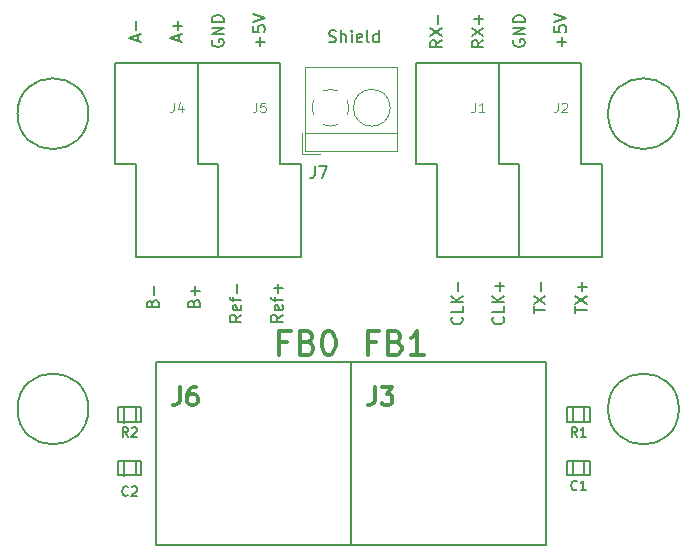
<source format=gto>
G04 #@! TF.GenerationSoftware,KiCad,Pcbnew,(5.1.5)-3*
G04 #@! TF.CreationDate,2020-01-24T16:47:09+01:00*
G04 #@! TF.ProjectId,STMBLBreakout,53544d42-4c42-4726-9561-6b6f75742e6b,rev?*
G04 #@! TF.SameCoordinates,PX2faf080PY8f0d180*
G04 #@! TF.FileFunction,Legend,Top*
G04 #@! TF.FilePolarity,Positive*
%FSLAX46Y46*%
G04 Gerber Fmt 4.6, Leading zero omitted, Abs format (unit mm)*
G04 Created by KiCad (PCBNEW (5.1.5)-3) date 2020-01-24 16:47:09*
%MOMM*%
%LPD*%
G04 APERTURE LIST*
%ADD10C,0.150000*%
%ADD11C,0.300000*%
%ADD12C,0.120000*%
%ADD13C,0.127000*%
%ADD14C,0.200000*%
%ADD15C,0.015000*%
G04 APERTURE END LIST*
D10*
X28380952Y41095239D02*
X28523809Y41047620D01*
X28761904Y41047620D01*
X28857142Y41095239D01*
X28904761Y41142858D01*
X28952380Y41238096D01*
X28952380Y41333334D01*
X28904761Y41428572D01*
X28857142Y41476191D01*
X28761904Y41523810D01*
X28571428Y41571429D01*
X28476190Y41619048D01*
X28428571Y41666667D01*
X28380952Y41761905D01*
X28380952Y41857143D01*
X28428571Y41952381D01*
X28476190Y42000000D01*
X28571428Y42047620D01*
X28809523Y42047620D01*
X28952380Y42000000D01*
X29380952Y41047620D02*
X29380952Y42047620D01*
X29809523Y41047620D02*
X29809523Y41571429D01*
X29761904Y41666667D01*
X29666666Y41714286D01*
X29523809Y41714286D01*
X29428571Y41666667D01*
X29380952Y41619048D01*
X30285714Y41047620D02*
X30285714Y41714286D01*
X30285714Y42047620D02*
X30238095Y42000000D01*
X30285714Y41952381D01*
X30333333Y42000000D01*
X30285714Y42047620D01*
X30285714Y41952381D01*
X31142857Y41095239D02*
X31047619Y41047620D01*
X30857142Y41047620D01*
X30761904Y41095239D01*
X30714285Y41190477D01*
X30714285Y41571429D01*
X30761904Y41666667D01*
X30857142Y41714286D01*
X31047619Y41714286D01*
X31142857Y41666667D01*
X31190476Y41571429D01*
X31190476Y41476191D01*
X30714285Y41380953D01*
X31761904Y41047620D02*
X31666666Y41095239D01*
X31619047Y41190477D01*
X31619047Y42047620D01*
X32571428Y41047620D02*
X32571428Y42047620D01*
X32571428Y41095239D02*
X32476190Y41047620D01*
X32285714Y41047620D01*
X32190476Y41095239D01*
X32142857Y41142858D01*
X32095238Y41238096D01*
X32095238Y41523810D01*
X32142857Y41619048D01*
X32190476Y41666667D01*
X32285714Y41714286D01*
X32476190Y41714286D01*
X32571428Y41666667D01*
X49202380Y18119048D02*
X49202380Y18690477D01*
X50202380Y18404762D02*
X49202380Y18404762D01*
X49202380Y18928572D02*
X50202380Y19595239D01*
X49202380Y19595239D02*
X50202380Y18928572D01*
X49821428Y19976191D02*
X49821428Y20738096D01*
X50202380Y20357143D02*
X49440476Y20357143D01*
X45702380Y18119048D02*
X45702380Y18690477D01*
X46702380Y18404762D02*
X45702380Y18404762D01*
X45702380Y18928572D02*
X46702380Y19595239D01*
X45702380Y19595239D02*
X46702380Y18928572D01*
X46321428Y19976191D02*
X46321428Y20738096D01*
X43107142Y17785715D02*
X43154761Y17738096D01*
X43202380Y17595239D01*
X43202380Y17500000D01*
X43154761Y17357143D01*
X43059523Y17261905D01*
X42964285Y17214286D01*
X42773809Y17166667D01*
X42630952Y17166667D01*
X42440476Y17214286D01*
X42345238Y17261905D01*
X42250000Y17357143D01*
X42202380Y17500000D01*
X42202380Y17595239D01*
X42250000Y17738096D01*
X42297619Y17785715D01*
X43202380Y18690477D02*
X43202380Y18214286D01*
X42202380Y18214286D01*
X43202380Y19023810D02*
X42202380Y19023810D01*
X43202380Y19595239D02*
X42630952Y19166667D01*
X42202380Y19595239D02*
X42773809Y19023810D01*
X42821428Y20023810D02*
X42821428Y20785715D01*
X43202380Y20404762D02*
X42440476Y20404762D01*
X39607142Y17785715D02*
X39654761Y17738096D01*
X39702380Y17595239D01*
X39702380Y17500000D01*
X39654761Y17357143D01*
X39559523Y17261905D01*
X39464285Y17214286D01*
X39273809Y17166667D01*
X39130952Y17166667D01*
X38940476Y17214286D01*
X38845238Y17261905D01*
X38750000Y17357143D01*
X38702380Y17500000D01*
X38702380Y17595239D01*
X38750000Y17738096D01*
X38797619Y17785715D01*
X39702380Y18690477D02*
X39702380Y18214286D01*
X38702380Y18214286D01*
X39702380Y19023810D02*
X38702380Y19023810D01*
X39702380Y19595239D02*
X39130952Y19166667D01*
X38702380Y19595239D02*
X39273809Y19023810D01*
X39321428Y20023810D02*
X39321428Y20785715D01*
X37952380Y41214286D02*
X37476190Y40880953D01*
X37952380Y40642858D02*
X36952380Y40642858D01*
X36952380Y41023810D01*
X37000000Y41119048D01*
X37047619Y41166667D01*
X37142857Y41214286D01*
X37285714Y41214286D01*
X37380952Y41166667D01*
X37428571Y41119048D01*
X37476190Y41023810D01*
X37476190Y40642858D01*
X36952380Y41547620D02*
X37952380Y42214286D01*
X36952380Y42214286D02*
X37952380Y41547620D01*
X37571428Y42595239D02*
X37571428Y43357143D01*
X41452380Y41214286D02*
X40976190Y40880953D01*
X41452380Y40642858D02*
X40452380Y40642858D01*
X40452380Y41023810D01*
X40500000Y41119048D01*
X40547619Y41166667D01*
X40642857Y41214286D01*
X40785714Y41214286D01*
X40880952Y41166667D01*
X40928571Y41119048D01*
X40976190Y41023810D01*
X40976190Y40642858D01*
X40452380Y41547620D02*
X41452380Y42214286D01*
X40452380Y42214286D02*
X41452380Y41547620D01*
X41071428Y42595239D02*
X41071428Y43357143D01*
X41452380Y42976191D02*
X40690476Y42976191D01*
X48071428Y40714286D02*
X48071428Y41476191D01*
X48452380Y41095239D02*
X47690476Y41095239D01*
X47452380Y42428572D02*
X47452380Y41952381D01*
X47928571Y41904762D01*
X47880952Y41952381D01*
X47833333Y42047620D01*
X47833333Y42285715D01*
X47880952Y42380953D01*
X47928571Y42428572D01*
X48023809Y42476191D01*
X48261904Y42476191D01*
X48357142Y42428572D01*
X48404761Y42380953D01*
X48452380Y42285715D01*
X48452380Y42047620D01*
X48404761Y41952381D01*
X48357142Y41904762D01*
X47452380Y42761905D02*
X48452380Y43095239D01*
X47452380Y43428572D01*
X44000000Y41238096D02*
X43952380Y41142858D01*
X43952380Y41000000D01*
X44000000Y40857143D01*
X44095238Y40761905D01*
X44190476Y40714286D01*
X44380952Y40666667D01*
X44523809Y40666667D01*
X44714285Y40714286D01*
X44809523Y40761905D01*
X44904761Y40857143D01*
X44952380Y41000000D01*
X44952380Y41095239D01*
X44904761Y41238096D01*
X44857142Y41285715D01*
X44523809Y41285715D01*
X44523809Y41095239D01*
X44952380Y41714286D02*
X43952380Y41714286D01*
X44952380Y42285715D01*
X43952380Y42285715D01*
X44952380Y42761905D02*
X43952380Y42761905D01*
X43952380Y43000000D01*
X44000000Y43142858D01*
X44095238Y43238096D01*
X44190476Y43285715D01*
X44380952Y43333334D01*
X44523809Y43333334D01*
X44714285Y43285715D01*
X44809523Y43238096D01*
X44904761Y43142858D01*
X44952380Y43000000D01*
X44952380Y42761905D01*
D11*
X32333333Y15642858D02*
X31666666Y15642858D01*
X31666666Y14595239D02*
X31666666Y16595239D01*
X32619047Y16595239D01*
X34047619Y15642858D02*
X34333333Y15547620D01*
X34428571Y15452381D01*
X34523809Y15261905D01*
X34523809Y14976191D01*
X34428571Y14785715D01*
X34333333Y14690477D01*
X34142857Y14595239D01*
X33380952Y14595239D01*
X33380952Y16595239D01*
X34047619Y16595239D01*
X34238095Y16500000D01*
X34333333Y16404762D01*
X34428571Y16214286D01*
X34428571Y16023810D01*
X34333333Y15833334D01*
X34238095Y15738096D01*
X34047619Y15642858D01*
X33380952Y15642858D01*
X36428571Y14595239D02*
X35285714Y14595239D01*
X35857142Y14595239D02*
X35857142Y16595239D01*
X35666666Y16309524D01*
X35476190Y16119048D01*
X35285714Y16023810D01*
X24833333Y15642858D02*
X24166666Y15642858D01*
X24166666Y14595239D02*
X24166666Y16595239D01*
X25119047Y16595239D01*
X26547619Y15642858D02*
X26833333Y15547620D01*
X26928571Y15452381D01*
X27023809Y15261905D01*
X27023809Y14976191D01*
X26928571Y14785715D01*
X26833333Y14690477D01*
X26642857Y14595239D01*
X25880952Y14595239D01*
X25880952Y16595239D01*
X26547619Y16595239D01*
X26738095Y16500000D01*
X26833333Y16404762D01*
X26928571Y16214286D01*
X26928571Y16023810D01*
X26833333Y15833334D01*
X26738095Y15738096D01*
X26547619Y15642858D01*
X25880952Y15642858D01*
X28261904Y16595239D02*
X28452380Y16595239D01*
X28642857Y16500000D01*
X28738095Y16404762D01*
X28833333Y16214286D01*
X28928571Y15833334D01*
X28928571Y15357143D01*
X28833333Y14976191D01*
X28738095Y14785715D01*
X28642857Y14690477D01*
X28452380Y14595239D01*
X28261904Y14595239D01*
X28071428Y14690477D01*
X27976190Y14785715D01*
X27880952Y14976191D01*
X27785714Y15357143D01*
X27785714Y15833334D01*
X27880952Y16214286D01*
X27976190Y16404762D01*
X28071428Y16500000D01*
X28261904Y16595239D01*
D10*
X24452380Y17976191D02*
X23976190Y17642858D01*
X24452380Y17404762D02*
X23452380Y17404762D01*
X23452380Y17785715D01*
X23500000Y17880953D01*
X23547619Y17928572D01*
X23642857Y17976191D01*
X23785714Y17976191D01*
X23880952Y17928572D01*
X23928571Y17880953D01*
X23976190Y17785715D01*
X23976190Y17404762D01*
X24404761Y18785715D02*
X24452380Y18690477D01*
X24452380Y18500000D01*
X24404761Y18404762D01*
X24309523Y18357143D01*
X23928571Y18357143D01*
X23833333Y18404762D01*
X23785714Y18500000D01*
X23785714Y18690477D01*
X23833333Y18785715D01*
X23928571Y18833334D01*
X24023809Y18833334D01*
X24119047Y18357143D01*
X23785714Y19119048D02*
X23785714Y19500000D01*
X24452380Y19261905D02*
X23595238Y19261905D01*
X23500000Y19309524D01*
X23452380Y19404762D01*
X23452380Y19500000D01*
X24071428Y19833334D02*
X24071428Y20595239D01*
X24452380Y20214286D02*
X23690476Y20214286D01*
X20952380Y17976191D02*
X20476190Y17642858D01*
X20952380Y17404762D02*
X19952380Y17404762D01*
X19952380Y17785715D01*
X20000000Y17880953D01*
X20047619Y17928572D01*
X20142857Y17976191D01*
X20285714Y17976191D01*
X20380952Y17928572D01*
X20428571Y17880953D01*
X20476190Y17785715D01*
X20476190Y17404762D01*
X20904761Y18785715D02*
X20952380Y18690477D01*
X20952380Y18500000D01*
X20904761Y18404762D01*
X20809523Y18357143D01*
X20428571Y18357143D01*
X20333333Y18404762D01*
X20285714Y18500000D01*
X20285714Y18690477D01*
X20333333Y18785715D01*
X20428571Y18833334D01*
X20523809Y18833334D01*
X20619047Y18357143D01*
X20285714Y19119048D02*
X20285714Y19500000D01*
X20952380Y19261905D02*
X20095238Y19261905D01*
X20000000Y19309524D01*
X19952380Y19404762D01*
X19952380Y19500000D01*
X20571428Y19833334D02*
X20571428Y20595239D01*
X16928571Y18952381D02*
X16976190Y19095239D01*
X17023809Y19142858D01*
X17119047Y19190477D01*
X17261904Y19190477D01*
X17357142Y19142858D01*
X17404761Y19095239D01*
X17452380Y19000000D01*
X17452380Y18619048D01*
X16452380Y18619048D01*
X16452380Y18952381D01*
X16500000Y19047620D01*
X16547619Y19095239D01*
X16642857Y19142858D01*
X16738095Y19142858D01*
X16833333Y19095239D01*
X16880952Y19047620D01*
X16928571Y18952381D01*
X16928571Y18619048D01*
X17071428Y19619048D02*
X17071428Y20380953D01*
X17452380Y20000000D02*
X16690476Y20000000D01*
X13428571Y18952381D02*
X13476190Y19095239D01*
X13523809Y19142858D01*
X13619047Y19190477D01*
X13761904Y19190477D01*
X13857142Y19142858D01*
X13904761Y19095239D01*
X13952380Y19000000D01*
X13952380Y18619048D01*
X12952380Y18619048D01*
X12952380Y18952381D01*
X13000000Y19047620D01*
X13047619Y19095239D01*
X13142857Y19142858D01*
X13238095Y19142858D01*
X13333333Y19095239D01*
X13380952Y19047620D01*
X13428571Y18952381D01*
X13428571Y18619048D01*
X13571428Y19619048D02*
X13571428Y20380953D01*
X22571428Y40714286D02*
X22571428Y41476191D01*
X22952380Y41095239D02*
X22190476Y41095239D01*
X21952380Y42428572D02*
X21952380Y41952381D01*
X22428571Y41904762D01*
X22380952Y41952381D01*
X22333333Y42047620D01*
X22333333Y42285715D01*
X22380952Y42380953D01*
X22428571Y42428572D01*
X22523809Y42476191D01*
X22761904Y42476191D01*
X22857142Y42428572D01*
X22904761Y42380953D01*
X22952380Y42285715D01*
X22952380Y42047620D01*
X22904761Y41952381D01*
X22857142Y41904762D01*
X21952380Y42761905D02*
X22952380Y43095239D01*
X21952380Y43428572D01*
X18500000Y41238096D02*
X18452380Y41142858D01*
X18452380Y41000000D01*
X18500000Y40857143D01*
X18595238Y40761905D01*
X18690476Y40714286D01*
X18880952Y40666667D01*
X19023809Y40666667D01*
X19214285Y40714286D01*
X19309523Y40761905D01*
X19404761Y40857143D01*
X19452380Y41000000D01*
X19452380Y41095239D01*
X19404761Y41238096D01*
X19357142Y41285715D01*
X19023809Y41285715D01*
X19023809Y41095239D01*
X19452380Y41714286D02*
X18452380Y41714286D01*
X19452380Y42285715D01*
X18452380Y42285715D01*
X19452380Y42761905D02*
X18452380Y42761905D01*
X18452380Y43000000D01*
X18500000Y43142858D01*
X18595238Y43238096D01*
X18690476Y43285715D01*
X18880952Y43333334D01*
X19023809Y43333334D01*
X19214285Y43285715D01*
X19309523Y43238096D01*
X19404761Y43142858D01*
X19452380Y43000000D01*
X19452380Y42761905D01*
X15666666Y41142858D02*
X15666666Y41619048D01*
X15952380Y41047620D02*
X14952380Y41380953D01*
X15952380Y41714286D01*
X15571428Y42047620D02*
X15571428Y42809524D01*
X15952380Y42428572D02*
X15190476Y42428572D01*
X12166666Y41142858D02*
X12166666Y41619048D01*
X12452380Y41047620D02*
X11452380Y41380953D01*
X12452380Y41714286D01*
X12071428Y42047620D02*
X12071428Y42809524D01*
D12*
X26100000Y31600000D02*
X27600000Y31600000D01*
X26100000Y33340000D02*
X26100000Y31600000D01*
X34160000Y38960000D02*
X34160000Y31840000D01*
X26340000Y38960000D02*
X26340000Y31840000D01*
X26340000Y31840000D02*
X34160000Y31840000D01*
X26340000Y38960000D02*
X34160000Y38960000D01*
X26340000Y33400000D02*
X34160000Y33400000D01*
X33555000Y35500000D02*
G75*
G03X33555000Y35500000I-1555000J0D01*
G01*
X28527011Y33944508D02*
G75*
G02X27892000Y34068000I-27011J1555492D01*
G01*
X27067891Y34892258D02*
G75*
G02X27068000Y36108000I1432109J607742D01*
G01*
X27892258Y36932109D02*
G75*
G02X29108000Y36932000I607742J-1432109D01*
G01*
X29932109Y36107742D02*
G75*
G02X29932000Y34892000I-1432109J-607742D01*
G01*
X29107587Y34068615D02*
G75*
G02X28500000Y33945000I-607587J1431385D01*
G01*
D10*
X48500000Y5625000D02*
X48500000Y4375000D01*
X48500000Y4375000D02*
X50500000Y4375000D01*
X50500000Y4375000D02*
X50500000Y5625000D01*
X50500000Y5625000D02*
X48500000Y5625000D01*
X49000000Y5625000D02*
X49000000Y4375000D01*
X50000000Y5650000D02*
X50000000Y4375000D01*
X12500000Y4375000D02*
X12500000Y5625000D01*
X12500000Y5625000D02*
X10500000Y5625000D01*
X10500000Y5625000D02*
X10500000Y4375000D01*
X10500000Y4375000D02*
X12500000Y4375000D01*
X12000000Y4375000D02*
X12000000Y5625000D01*
X11000000Y4350000D02*
X11000000Y5625000D01*
D13*
X37500000Y22900000D02*
X44500000Y22900000D01*
X37500000Y30737500D02*
X37500000Y22900000D01*
X35750000Y30737500D02*
X37500000Y30737500D01*
X35750000Y39250000D02*
X35750000Y30737500D01*
X42750000Y39250000D02*
X35750000Y39250000D01*
X42750000Y30737500D02*
X42750000Y39250000D01*
X44500000Y30737500D02*
X42750000Y30737500D01*
X44500000Y22900000D02*
X44500000Y30737500D01*
X44500000Y22900000D02*
X51500000Y22900000D01*
X44500000Y30737500D02*
X44500000Y22900000D01*
X42750000Y30737500D02*
X44500000Y30737500D01*
X42750000Y39250000D02*
X42750000Y30737500D01*
X49750000Y39250000D02*
X42750000Y39250000D01*
X49750000Y30737500D02*
X49750000Y39250000D01*
X51500000Y30737500D02*
X49750000Y30737500D01*
X51500000Y22900000D02*
X51500000Y30737500D01*
D10*
X30250000Y-1500000D02*
X46750000Y-1500000D01*
X46750000Y-1500000D02*
X46750000Y14000000D01*
X46750000Y14000000D02*
X30250000Y14000000D01*
X30250000Y14000000D02*
X30250000Y-1500000D01*
D13*
X12000000Y22900000D02*
X19000000Y22900000D01*
X12000000Y30737500D02*
X12000000Y22900000D01*
X10250000Y30737500D02*
X12000000Y30737500D01*
X10250000Y39250000D02*
X10250000Y30737500D01*
X17250000Y39250000D02*
X10250000Y39250000D01*
X17250000Y30737500D02*
X17250000Y39250000D01*
X19000000Y30737500D02*
X17250000Y30737500D01*
X19000000Y22900000D02*
X19000000Y30737500D01*
X19000000Y22900000D02*
X26000000Y22900000D01*
X19000000Y30737500D02*
X19000000Y22900000D01*
X17250000Y30737500D02*
X19000000Y30737500D01*
X17250000Y39250000D02*
X17250000Y30737500D01*
X24250000Y39250000D02*
X17250000Y39250000D01*
X24250000Y30737500D02*
X24250000Y39250000D01*
X26000000Y30737500D02*
X24250000Y30737500D01*
X26000000Y22900000D02*
X26000000Y30737500D01*
D10*
X13750000Y-1500000D02*
X30250000Y-1500000D01*
X30250000Y-1500000D02*
X30250000Y14000000D01*
X30250000Y14000000D02*
X13750000Y14000000D01*
X13750000Y14000000D02*
X13750000Y-1500000D01*
X48500000Y10125000D02*
X48500000Y8875000D01*
X48500000Y8875000D02*
X50500000Y8875000D01*
X50500000Y8875000D02*
X50500000Y10125000D01*
X50500000Y10125000D02*
X48500000Y10125000D01*
X49000000Y10125000D02*
X49000000Y8875000D01*
X50000000Y10150000D02*
X50000000Y8875000D01*
X12500000Y8875000D02*
X12500000Y10125000D01*
X12500000Y10125000D02*
X10500000Y10125000D01*
X10500000Y10125000D02*
X10500000Y8875000D01*
X10500000Y8875000D02*
X12500000Y8875000D01*
X12000000Y8875000D02*
X12000000Y10125000D01*
X11000000Y8850000D02*
X11000000Y10125000D01*
X8000000Y35000000D02*
G75*
G03X8000000Y35000000I-3000000J0D01*
G01*
X58000000Y35000000D02*
G75*
G03X58000000Y35000000I-3000000J0D01*
G01*
X8000000Y10000000D02*
G75*
G03X8000000Y10000000I-3000000J0D01*
G01*
X58000000Y10000000D02*
G75*
G03X58000000Y10000000I-3000000J0D01*
G01*
X27166666Y30547620D02*
X27166666Y29833334D01*
X27119047Y29690477D01*
X27023809Y29595239D01*
X26880952Y29547620D01*
X26785714Y29547620D01*
X27547619Y30547620D02*
X28214285Y30547620D01*
X27785714Y29547620D01*
D14*
X49366666Y3214286D02*
X49328571Y3176191D01*
X49214285Y3138096D01*
X49138095Y3138096D01*
X49023809Y3176191D01*
X48947619Y3252381D01*
X48909523Y3328572D01*
X48871428Y3480953D01*
X48871428Y3595239D01*
X48909523Y3747620D01*
X48947619Y3823810D01*
X49023809Y3900000D01*
X49138095Y3938096D01*
X49214285Y3938096D01*
X49328571Y3900000D01*
X49366666Y3861905D01*
X50128571Y3138096D02*
X49671428Y3138096D01*
X49900000Y3138096D02*
X49900000Y3938096D01*
X49823809Y3823810D01*
X49747619Y3747620D01*
X49671428Y3709524D01*
X11366666Y2714286D02*
X11328571Y2676191D01*
X11214285Y2638096D01*
X11138095Y2638096D01*
X11023809Y2676191D01*
X10947619Y2752381D01*
X10909523Y2828572D01*
X10871428Y2980953D01*
X10871428Y3095239D01*
X10909523Y3247620D01*
X10947619Y3323810D01*
X11023809Y3400000D01*
X11138095Y3438096D01*
X11214285Y3438096D01*
X11328571Y3400000D01*
X11366666Y3361905D01*
X11671428Y3361905D02*
X11709523Y3400000D01*
X11785714Y3438096D01*
X11976190Y3438096D01*
X12052380Y3400000D01*
X12090476Y3361905D01*
X12128571Y3285715D01*
X12128571Y3209524D01*
X12090476Y3095239D01*
X11633333Y2638096D01*
X12128571Y2638096D01*
D15*
X40737532Y35931197D02*
X40737532Y35368767D01*
X40700037Y35256281D01*
X40625046Y35181290D01*
X40512560Y35143795D01*
X40437570Y35143795D01*
X41524934Y35143795D02*
X41074990Y35143795D01*
X41299962Y35143795D02*
X41299962Y35931197D01*
X41224972Y35818711D01*
X41149981Y35743720D01*
X41074990Y35706225D01*
X47737532Y35931197D02*
X47737532Y35368767D01*
X47700037Y35256281D01*
X47625046Y35181290D01*
X47512560Y35143795D01*
X47437570Y35143795D01*
X48074990Y35856206D02*
X48112486Y35893701D01*
X48187476Y35931197D01*
X48374953Y35931197D01*
X48449944Y35893701D01*
X48487439Y35856206D01*
X48524934Y35781215D01*
X48524934Y35706225D01*
X48487439Y35593739D01*
X48037495Y35143795D01*
X48524934Y35143795D01*
D11*
X32250000Y11821429D02*
X32250000Y10750000D01*
X32178571Y10535715D01*
X32035714Y10392858D01*
X31821428Y10321429D01*
X31678571Y10321429D01*
X32821428Y11821429D02*
X33750000Y11821429D01*
X33250000Y11250000D01*
X33464285Y11250000D01*
X33607142Y11178572D01*
X33678571Y11107143D01*
X33750000Y10964286D01*
X33750000Y10607143D01*
X33678571Y10464286D01*
X33607142Y10392858D01*
X33464285Y10321429D01*
X33035714Y10321429D01*
X32892857Y10392858D01*
X32821428Y10464286D01*
D15*
X15237532Y35931197D02*
X15237532Y35368767D01*
X15200037Y35256281D01*
X15125046Y35181290D01*
X15012560Y35143795D01*
X14937570Y35143795D01*
X15949944Y35668729D02*
X15949944Y35143795D01*
X15762467Y35968692D02*
X15574990Y35406262D01*
X16062430Y35406262D01*
X22237532Y35931197D02*
X22237532Y35368767D01*
X22200037Y35256281D01*
X22125046Y35181290D01*
X22012560Y35143795D01*
X21937570Y35143795D01*
X22987439Y35931197D02*
X22612486Y35931197D01*
X22574990Y35556243D01*
X22612486Y35593739D01*
X22687476Y35631234D01*
X22874953Y35631234D01*
X22949944Y35593739D01*
X22987439Y35556243D01*
X23024934Y35481253D01*
X23024934Y35293776D01*
X22987439Y35218785D01*
X22949944Y35181290D01*
X22874953Y35143795D01*
X22687476Y35143795D01*
X22612486Y35181290D01*
X22574990Y35218785D01*
D11*
X15750000Y11821429D02*
X15750000Y10750000D01*
X15678571Y10535715D01*
X15535714Y10392858D01*
X15321428Y10321429D01*
X15178571Y10321429D01*
X17107142Y11821429D02*
X16821428Y11821429D01*
X16678571Y11750000D01*
X16607142Y11678572D01*
X16464285Y11464286D01*
X16392857Y11178572D01*
X16392857Y10607143D01*
X16464285Y10464286D01*
X16535714Y10392858D01*
X16678571Y10321429D01*
X16964285Y10321429D01*
X17107142Y10392858D01*
X17178571Y10464286D01*
X17250000Y10607143D01*
X17250000Y10964286D01*
X17178571Y11107143D01*
X17107142Y11178572D01*
X16964285Y11250000D01*
X16678571Y11250000D01*
X16535714Y11178572D01*
X16464285Y11107143D01*
X16392857Y10964286D01*
D14*
X49366666Y7638096D02*
X49100000Y8019048D01*
X48909523Y7638096D02*
X48909523Y8438096D01*
X49214285Y8438096D01*
X49290476Y8400000D01*
X49328571Y8361905D01*
X49366666Y8285715D01*
X49366666Y8171429D01*
X49328571Y8095239D01*
X49290476Y8057143D01*
X49214285Y8019048D01*
X48909523Y8019048D01*
X50128571Y7638096D02*
X49671428Y7638096D01*
X49900000Y7638096D02*
X49900000Y8438096D01*
X49823809Y8323810D01*
X49747619Y8247620D01*
X49671428Y8209524D01*
X11366666Y7638096D02*
X11100000Y8019048D01*
X10909523Y7638096D02*
X10909523Y8438096D01*
X11214285Y8438096D01*
X11290476Y8400000D01*
X11328571Y8361905D01*
X11366666Y8285715D01*
X11366666Y8171429D01*
X11328571Y8095239D01*
X11290476Y8057143D01*
X11214285Y8019048D01*
X10909523Y8019048D01*
X11671428Y8361905D02*
X11709523Y8400000D01*
X11785714Y8438096D01*
X11976190Y8438096D01*
X12052380Y8400000D01*
X12090476Y8361905D01*
X12128571Y8285715D01*
X12128571Y8209524D01*
X12090476Y8095239D01*
X11633333Y7638096D01*
X12128571Y7638096D01*
M02*

</source>
